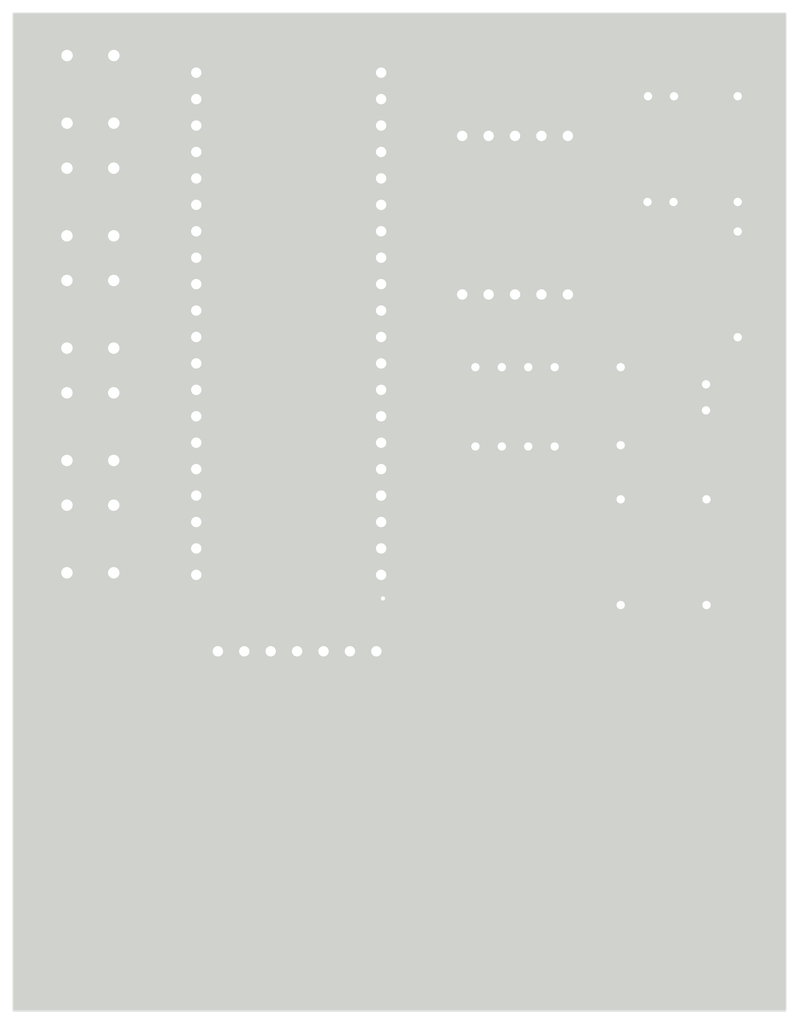
<source format=kicad_pcb>
(kicad_pcb (version 20221018) (generator pcbnew)
  (layers (0 "F.Cu" signal) (31 "B.Cu" signal) (34 "B.Paste" user) (35 "F.Paste" user) (36 "B.SilkS" user "B.Silkscreen") (37 "F.SilkS" user "F.Silkscreen") (38 "B.Mask" user) (39 "F.Mask" user) (44 "Edge.Cuts" user))
  (net 0 "")
  (net 1 "Net-(U2-ROUT)")
  (net 2 "Net-(U3-+)")
  (net 3 "GND")
  (net 4 "Net-(C3-Pad1)")
  (net 5 "Net-(C3-Pad2)")
  (net 6 "Net-(C4-Pad1)")
  (net 7 "Net-(DISP1-SCLK)")
  (net 8 "Net-(DISP1-SDA)")
  (net 9 "Net-(DISP1-RES)")
  (net 10 "Net-(DISP1-DC)")
  (net 11 "Net-(DISP1-CS)")
  (net 12 "Net-(U1-GP15)")
  (net 13 "Net-(U1-GP14)")
  (net 14 "Net-(U1-GP13)")
  (net 15 "Net-(U1-GP12)")
  (net 29 "Net-(U1-GP11)")
  (net 34 "Net-(U1-GP26{slash}ADC0)")
  (net 35 "Net-(U1-GP27{slash}ADC1)")
  (net 50 "Net-(C1-Pad2)")
  (net 51 "+5V")
  (net 52 "+3V3")
  (footprint "Resistor_THT:R_Axial_DIN0207_L6.3mm_D2.5mm_P10.16mm_Horizontal" (layer "F.Cu") (at 190.5 65.4304 -90)
    (fp_text reference "R4" (at 5.08 -2.37 90) (layer "F.SilkS"))
    (fp_text value "19")
    (pad "1" thru_hole circle (at 0 0 270) (size 1.6 1.6) (drill 0.8) (layers "*.Cu" "*.Mask") (net 3 "GND"))
    (pad "2" thru_hole oval (at 10.16 0 270) (size 1.6 1.6) (drill 0.8) (layers "*.Cu" "*.Mask") (net 2 "Net-(U3-+)"))
  )
  (footprint "Resistor_THT:R_Axial_DIN0207_L6.3mm_D2.5mm_P10.16mm_Horizontal" (layer "F.Cu") (at 190.5 62.5856 90)
    (fp_text reference "R3" (at 5.08 -2.37 90) (layer "F.SilkS"))
    (fp_text value "3")
    (pad "1" thru_hole circle (at 0 0 90) (size 1.6 1.6) (drill 0.8) (layers "*.Cu" "*.Mask") (net 2 "Net-(U3-+)"))
    (pad "2" thru_hole oval (at 10.16 0 90) (size 1.6 1.6) (drill 0.8) (layers "*.Cu" "*.Mask") (net 50 "Net-(C1-Pad2)"))
  )
  (footprint "Resistor_THT:R_Axial_DIN0207_L6.3mm_D2.5mm_P10.16mm_Horizontal" (layer "F.Cu") (at 187.5 101.325 90)
    (fp_text reference "R2" (at 5.08 -2.37 90) (layer "F.SilkS"))
    (fp_text value "8")
    (pad "1" thru_hole circle (at 0 0 90) (size 1.6 1.6) (drill 0.8) (layers "*.Cu" "*.Mask") (net 3 "GND"))
    (pad "2" thru_hole oval (at 10.16 0 90) (size 1.6 1.6) (drill 0.8) (layers "*.Cu" "*.Mask") (net 4 "Net-(C3-Pad1)"))
  )
  (footprint "ECE:RDA5807M_Module_TH" (layer "F.Cu") (at 169.085 63.86 90)
    (fp_text reference "U2" (at 0.5 -8.5 90 unlocked) (layer "F.SilkS") (effects (font (size 2 2) (thickness 0.25))))
    (fp_text value "RDA5807M_Module")
    (pad "1" thru_hole rect (at -7.62 -5.08 270) (size 1.7 1.7) (drill 1) (layers "*.Cu" "*.Mask") (net 34 "Net-(U1-GP26{slash}ADC0)"))
    (pad "2" thru_hole circle (at -7.62 -2.54 270) (size 1.7 1.7) (drill 1) (layers "*.Cu" "*.Mask") (net 35 "Net-(U1-GP27{slash}ADC1)"))
    (pad "3" thru_hole circle (at -7.62 0 270) (size 1.7 1.7) (drill 1) (layers "*.Cu" "*.Mask"))
    (pad "4" thru_hole circle (at -7.62 2.54 270) (size 1.7 1.7) (drill 1) (layers "*.Cu" "*.Mask"))
    (pad "5" thru_hole circle (at -7.62 5.08 270) (size 1.7 1.7) (drill 1) (layers "*.Cu" "*.Mask") (net 52 "+3V3"))
    (pad "6" thru_hole circle (at 7.62 5.08 270) (size 1.7 1.7) (drill 1) (layers "*.Cu" "*.Mask") (net 3 "GND"))
    (pad "7" thru_hole circle (at 7.62 2.54 270) (size 1.7 1.7) (drill 1) (layers "*.Cu" "*.Mask") (net 1 "Net-(U2-ROUT)"))
    (pad "8" thru_hole circle (at 7.62 0 270) (size 1.7 1.7) (drill 1) (layers "*.Cu" "*.Mask"))
    (pad "9" thru_hole circle (at 7.62 -2.54 270) (size 1.7 1.7) (drill 1) (layers "*.Cu" "*.Mask"))
    (pad "10" thru_hole circle (at 7.62 -5.08 270) (size 1.7 1.7) (drill 1) (layers "*.Cu" "*.Mask"))
  )
  (footprint "Capacitor_THT:CP_Radial_D6.3mm_P2.50mm" (layer "F.Cu") (at 187.452 82.61478 90)
    (fp_text reference "C3" (at 1.25 -4.4 90) (layer "F.SilkS"))
    (fp_text value "470uF")
    (pad "1" thru_hole rect (at 0 0 90) (size 1.6 1.6) (drill 0.8) (layers "*.Cu" "*.Mask") (net 4 "Net-(C3-Pad1)"))
    (pad "2" thru_hole circle (at 2.5 0 90) (size 1.6 1.6) (drill 0.8) (layers "*.Cu" "*.Mask") (net 5 "Net-(C3-Pad2)"))
  )
  (footprint "ECE:OLED_Display_1.3" (layer "F.Cu") (at 130.39 137.72)
    (fp_text reference "DISP1" (at 18.29 -20.46 unlocked) (layer "F.SilkS"))
    (fp_text value "OLED Display")
    (pad "1" thru_hole rect (at 10.12 -31.95 270) (size 1.7 1.7) (drill 1) (layers "*.Cu" "*.Mask") (net 3 "GND"))
    (pad "2" thru_hole circle (at 12.66 -31.95 270) (size 1.7 1.7) (drill 1) (layers "*.Cu" "*.Mask") (net 52 "+3V3"))
    (pad "3" thru_hole circle (at 15.2 -31.95 270) (size 1.7 1.7) (drill 1) (layers "*.Cu" "*.Mask") (net 7 "Net-(DISP1-SCLK)"))
    (pad "4" thru_hole circle (at 17.74 -31.95 270) (size 1.7 1.7) (drill 1) (layers "*.Cu" "*.Mask") (net 8 "Net-(DISP1-SDA)"))
    (pad "5" thru_hole circle (at 20.28 -31.95 270) (size 1.7 1.7) (drill 1) (layers "*.Cu" "*.Mask") (net 9 "Net-(DISP1-RES)"))
    (pad "6" thru_hole circle (at 22.82 -31.95 270) (size 1.7 1.7) (drill 1) (layers "*.Cu" "*.Mask") (net 10 "Net-(DISP1-DC)"))
    (pad "7" thru_hole circle (at 25.36 -31.95 270) (size 1.7 1.7) (drill 1) (layers "*.Cu" "*.Mask") (net 11 "Net-(DISP1-CS)"))
  )
  (footprint "Capacitor_THT:CP_Radial_D6.3mm_P2.50mm" (layer "F.Cu") (at 181.825 62.59)
    (fp_text reference "C2" (at 1.25 -4.4) (layer "F.SilkS"))
    (fp_text value "10uF")
    (pad "1" thru_hole rect (at 0 0) (size 1.6 1.6) (drill 0.8) (layers "*.Cu" "*.Mask") (net 3 "GND"))
    (pad "2" thru_hole circle (at 2.5 0) (size 1.6 1.6) (drill 0.8) (layers "*.Cu" "*.Mask") (net 51 "+5V"))
  )
  (footprint "ECE:RPi_Pico_TH" (layer "F.Cu") (at 147.32 74.295)
    (fp_text reference "U1" (at 0 0 unlocked) (layer "F.SilkS") (effects (font (size 2 2))))
    (fp_text value "RPi_Pico_TH")
    (pad "1" thru_hole rect (at -8.89 -24.13) (size 1.7 1.7) (drill 1) (layers "*.Cu" "*.Mask"))
    (pad "2" thru_hole circle (at -8.89 -21.59) (size 1.7 1.7) (drill 1) (layers "*.Cu" "*.Mask"))
    (pad "3" thru_hole circle (at -8.89 -19.05) (size 1.7 1.7) (drill 1) (layers "*.Cu" "*.Mask") (net 3 "GND"))
    (pad "4" thru_hole circle (at -8.89 -16.51) (size 1.7 1.7) (drill 1) (layers "*.Cu" "*.Mask"))
    (pad "5" thru_hole circle (at -8.89 -13.97) (size 1.7 1.7) (drill 1) (layers "*.Cu" "*.Mask"))
    (pad "6" thru_hole circle (at -8.89 -11.43) (size 1.7 1.7) (drill 1) (layers "*.Cu" "*.Mask"))
    (pad "7" thru_hole circle (at -8.89 -8.89) (size 1.7 1.7) (drill 1) (layers "*.Cu" "*.Mask"))
    (pad "8" thru_hole circle (at -8.89 -6.35) (size 1.7 1.7) (drill 1) (layers "*.Cu" "*.Mask"))
    (pad "9" thru_hole circle (at -8.89 -3.81) (size 1.7 1.7) (drill 1) (layers "*.Cu" "*.Mask"))
    (pad "10" thru_hole circle (at -8.89 -1.27) (size 1.7 1.7) (drill 1) (layers "*.Cu" "*.Mask"))
    (pad "11" thru_hole circle (at -8.89 1.27) (size 1.7 1.7) (drill 1) (layers "*.Cu" "*.Mask"))
    (pad "12" thru_hole circle (at -8.89 3.81) (size 1.7 1.7) (drill 1) (layers "*.Cu" "*.Mask"))
    (pad "13" thru_hole circle (at -8.89 6.35) (size 1.7 1.7) (drill 1) (layers "*.Cu" "*.Mask"))
    (pad "14" thru_hole circle (at -8.89 8.89) (size 1.7 1.7) (drill 1) (layers "*.Cu" "*.Mask"))
    (pad "15" thru_hole circle (at -8.89 11.43) (size 1.7 1.7) (drill 1) (layers "*.Cu" "*.Mask") (net 29 "Net-(U1-GP11)"))
    (pad "16" thru_hole circle (at -8.89 13.97) (size 1.7 1.7) (drill 1) (layers "*.Cu" "*.Mask") (net 15 "Net-(U1-GP12)"))
    (pad "17" thru_hole circle (at -8.89 16.51) (size 1.7 1.7) (drill 1) (layers "*.Cu" "*.Mask") (net 14 "Net-(U1-GP13)"))
    (pad "18" thru_hole circle (at -8.89 19.05) (size 1.7 1.7) (drill 1) (layers "*.Cu" "*.Mask"))
    (pad "19" thru_hole circle (at -8.89 21.59) (size 1.7 1.7) (drill 1) (layers "*.Cu" "*.Mask") (net 13 "Net-(U1-GP14)"))
    (pad "20" thru_hole circle (at -8.89 24.13) (size 1.7 1.7) (drill 1) (layers "*.Cu" "*.Mask") (net 12 "Net-(U1-GP15)"))
    (pad "21" thru_hole circle (at 8.89 24.13) (size 1.7 1.7) (drill 1) (layers "*.Cu" "*.Mask"))
    (pad "22" thru_hole circle (at 8.89 21.59) (size 1.7 1.7) (drill 1) (layers "*.Cu" "*.Mask") (net 11 "Net-(DISP1-CS)"))
    (pad "23" thru_hole circle (at 8.89 19.05) (size 1.7 1.7) (drill 1) (layers "*.Cu" "*.Mask") (net 3 "GND"))
    (pad "24" thru_hole circle (at 8.89 16.51) (size 1.7 1.7) (drill 1) (layers "*.Cu" "*.Mask") (net 7 "Net-(DISP1-SCLK)"))
    (pad "25" thru_hole circle (at 8.89 13.97) (size 1.7 1.7) (drill 1) (layers "*.Cu" "*.Mask") (net 8 "Net-(DISP1-SDA)"))
    (pad "26" thru_hole circle (at 8.89 11.43) (size 1.7 1.7) (drill 1) (layers "*.Cu" "*.Mask") (net 10 "Net-(DISP1-DC)"))
    (pad "27" thru_hole circle (at 8.89 8.89) (size 1.7 1.7) (drill 1) (layers "*.Cu" "*.Mask") (net 9 "Net-(DISP1-RES)"))
    (pad "28" thru_hole circle (at 8.89 6.35) (size 1.7 1.7) (drill 1) (layers "*.Cu" "*.Mask"))
    (pad "29" thru_hole circle (at 8.89 3.81) (size 1.7 1.7) (drill 1) (layers "*.Cu" "*.Mask"))
    (pad "30" thru_hole circle (at 8.89 1.27) (size 1.7 1.7) (drill 1) (layers "*.Cu" "*.Mask"))
    (pad "31" thru_hole circle (at 8.89 -1.27) (size 1.7 1.7) (drill 1) (layers "*.Cu" "*.Mask") (net 34 "Net-(U1-GP26{slash}ADC0)"))
    (pad "32" thru_hole circle (at 8.89 -3.81) (size 1.7 1.7) (drill 1) (layers "*.Cu" "*.Mask") (net 35 "Net-(U1-GP27{slash}ADC1)"))
    (pad "33" thru_hole circle (at 8.89 -6.35) (size 1.7 1.7) (drill 1) (layers "*.Cu" "*.Mask"))
    (pad "34" thru_hole circle (at 8.89 -8.89) (size 1.7 1.7) (drill 1) (layers "*.Cu" "*.Mask"))
    (pad "35" thru_hole circle (at 8.89 -11.43) (size 1.7 1.7) (drill 1) (layers "*.Cu" "*.Mask"))
    (pad "36" thru_hole circle (at 8.89 -13.97) (size 1.7 1.7) (drill 1) (layers "*.Cu" "*.Mask") (net 52 "+3V3"))
    (pad "37" thru_hole circle (at 8.89 -16.51) (size 1.7 1.7) (drill 1) (layers "*.Cu" "*.Mask"))
    (pad "38" thru_hole circle (at 8.89 -19.05) (size 1.7 1.7) (drill 1) (layers "*.Cu" "*.Mask") (net 3 "GND"))
    (pad "39" thru_hole circle (at 8.89 -21.59) (size 1.7 1.7) (drill 1) (layers "*.Cu" "*.Mask"))
    (pad "40" thru_hole circle (at 8.89 -24.13) (size 1.7 1.7) (drill 1) (layers "*.Cu" "*.Mask") (net 51 "+5V"))
  )
  (footprint "Resistor_THT:R_Axial_DIN0207_L6.3mm_D2.5mm_P10.16mm_Horizontal" (layer "F.Cu") (at 179.245 101.325 90)
    (fp_text reference "R1" (at 5.08 -2.37 90) (layer "F.SilkS"))
    (fp_text value "10")
    (pad "1" thru_hole circle (at 0 0 90) (size 1.6 1.6) (drill 0.8) (layers "*.Cu" "*.Mask") (net 3 "GND"))
    (pad "2" thru_hole oval (at 10.16 0 90) (size 1.6 1.6) (drill 0.8) (layers "*.Cu" "*.Mask") (net 6 "Net-(C4-Pad1)"))
  )
  (footprint "Capacitor_THT:C_Axial_L3.8mm_D2.6mm_P7.50mm_Horizontal" (layer "F.Cu") (at 179.245 85.965 90)
    (fp_text reference "C4" (at 3.75 -2.42 90) (layer "F.SilkS"))
    (fp_text value "10nF")
    (pad "1" thru_hole circle (at 0 0 90) (size 1.6 1.6) (drill 0.8) (layers "*.Cu" "*.Mask") (net 6 "Net-(C4-Pad1)"))
    (pad "2" thru_hole oval (at 7.5 0 90) (size 1.6 1.6) (drill 0.8) (layers "*.Cu" "*.Mask") (net 5 "Net-(C3-Pad2)"))
  )
  (footprint "Package_DIP:DIP-8_W7.62mm" (layer "F.Cu") (at 165.275 86.085 90)
    (fp_text reference "U3" (at 3.81 -2.33 90) (layer "F.SilkS"))
    (fp_text value "LM386")
    (pad "1" thru_hole rect (at 0 0 90) (size 1.6 1.6) (drill 0.8) (layers "*.Cu" "*.Mask"))
    (pad "2" thru_hole oval (at 0 2.54 90) (size 1.6 1.6) (drill 0.8) (layers "*.Cu" "*.Mask") (net 3 "GND"))
    (pad "3" thru_hole oval (at 0 5.08 90) (size 1.6 1.6) (drill 0.8) (layers "*.Cu" "*.Mask") (net 2 "Net-(U3-+)"))
    (pad "4" thru_hole oval (at 0 7.62 90) (size 1.6 1.6) (drill 0.8) (layers "*.Cu" "*.Mask") (net 3 "GND"))
    (pad "5" thru_hole oval (at 7.62 7.62 90) (size 1.6 1.6) (drill 0.8) (layers "*.Cu" "*.Mask") (net 5 "Net-(C3-Pad2)"))
    (pad "6" thru_hole oval (at 7.62 5.08 90) (size 1.6 1.6) (drill 0.8) (layers "*.Cu" "*.Mask") (net 51 "+5V"))
    (pad "7" thru_hole oval (at 7.62 2.54 90) (size 1.6 1.6) (drill 0.8) (layers "*.Cu" "*.Mask"))
    (pad "8" thru_hole oval (at 7.62 0 90) (size 1.6 1.6) (drill 0.8) (layers "*.Cu" "*.Mask"))
  )
  (footprint "Capacitor_THT:CP_Radial_D6.3mm_P2.50mm" (layer "F.Cu") (at 181.872621 52.43)
    (fp_text reference "C1" (at 1.25 -4.4) (layer "F.SilkS"))
    (fp_text value "10uF")
    (pad "1" thru_hole rect (at 0 0) (size 1.6 1.6) (drill 0.8) (layers "*.Cu" "*.Mask") (net 1 "Net-(U2-ROUT)"))
    (pad "2" thru_hole circle (at 2.5 0) (size 1.6 1.6) (drill 0.8) (layers "*.Cu" "*.Mask") (net 50 "Net-(C1-Pad2)"))
  )
  (footprint "Button_Switch_THT:SW_PUSH_6mm" (layer "B.Cu") (at 125.995 91.725 -90)
    (fp_text reference "SW1" hide)
    (fp_text value "SW_Push" hide)
    (pad "1" thru_hole circle (at 0 0 180) (size 2 2) (drill 1.1) (layers "*.Cu" "*.Mask") (net 3 "GND"))
    (pad "1" thru_hole circle (at 6.5 0 180) (size 2 2) (drill 1.1) (layers "*.Cu" "*.Mask") (net 3 "GND"))
    (pad "2" thru_hole circle (at 0 -4.5 180) (size 2 2) (drill 1.1) (layers "*.Cu" "*.Mask") (net 12 "Net-(U1-GP15)"))
    (pad "2" thru_hole circle (at 6.5 -4.5 180) (size 2 2) (drill 1.1) (layers "*.Cu" "*.Mask") (net 12 "Net-(U1-GP15)"))
  )
  (footprint "Button_Switch_THT:SW_PUSH_6mm" (layer "B.Cu") (at 126.0052 48.5164 -90)
    (fp_text reference "SW5" (at 3.25 2 90) (layer "B.SilkS") (effects (justify mirror)))
    (fp_text value "SW_Push")
    (pad "1" thru_hole circle (at 0 0 180) (size 2 2) (drill 1.1) (layers "*.Cu" "*.Mask") (net 3 "GND"))
    (pad "1" thru_hole circle (at 6.5 0 180) (size 2 2) (drill 1.1) (layers "*.Cu" "*.Mask") (net 3 "GND"))
    (pad "2" thru_hole circle (at 0 -4.5 180) (size 2 2) (drill 1.1) (layers "*.Cu" "*.Mask") (net 29 "Net-(U1-GP11)"))
    (pad "2" thru_hole circle (at 6.5 -4.5 180) (size 2 2) (drill 1.1) (layers "*.Cu" "*.Mask") (net 29 "Net-(U1-GP11)"))
  )
  (footprint "Button_Switch_THT:SW_PUSH_6mm" (layer "B.Cu") (at 125.995 59.34 -90)
    (fp_text reference "SW4" (at 3.25 2 -270) (layer "B.SilkS") (effects (justify mirror)))
    (fp_text value "SW_Push" hide)
    (pad "1" thru_hole circle (at 0 0 180) (size 2 2) (drill 1.1) (layers "*.Cu" "*.Mask") (net 3 "GND"))
    (pad "1" thru_hole circle (at 6.5 0 180) (size 2 2) (drill 1.1) (layers "*.Cu" "*.Mask") (net 3 "GND"))
    (pad "2" thru_hole circle (at 0 -4.5 180) (size 2 2) (drill 1.1) (layers "*.Cu" "*.Mask") (net 15 "Net-(U1-GP12)"))
    (pad "2" thru_hole circle (at 6.5 -4.5 180) (size 2 2) (drill 1.1) (layers "*.Cu" "*.Mask") (net 15 "Net-(U1-GP12)"))
  )
  (footprint "Button_Switch_THT:SW_PUSH_6mm" (layer "B.Cu") (at 125.995 80.93 -90)
    (fp_text reference "SW2" (at 3.25 2 -270) (layer "B.SilkS") (effects (justify mirror)))
    (fp_text value "SW_Push" hide)
    (pad "1" thru_hole circle (at 0 0 180) (size 2 2) (drill 1.1) (layers "*.Cu" "*.Mask") (net 3 "GND"))
    (pad "1" thru_hole circle (at 6.5 0 180) (size 2 2) (drill 1.1) (layers "*.Cu" "*.Mask") (net 3 "GND"))
    (pad "2" thru_hole circle (at 0 -4.5 180) (size 2 2) (drill 1.1) (layers "*.Cu" "*.Mask") (net 13 "Net-(U1-GP14)"))
    (pad "2" thru_hole circle (at 6.5 -4.5 180) (size 2 2) (drill 1.1) (layers "*.Cu" "*.Mask") (net 13 "Net-(U1-GP14)"))
  )
  (footprint "Button_Switch_THT:SW_PUSH_6mm" (layer "B.Cu") (at 125.995 70.135 -90)
    (fp_text reference "SW3" (at 3.25 2 -270) (layer "B.SilkS") (effects (justify mirror)))
    (fp_text value "SW_Push" hide)
    (pad "1" thru_hole circle (at 0 0 180) (size 2 2) (drill 1.1) (layers "*.Cu" "*.Mask") (net 3 "GND"))
    (pad "1" thru_hole circle (at 6.5 0 180) (size 2 2) (drill 1.1) (layers "*.Cu" "*.Mask") (net 3 "GND"))
    (pad "2" thru_hole circle (at 0 -4.5 180) (size 2 2) (drill 1.1) (layers "*.Cu" "*.Mask") (net 14 "Net-(U1-GP13)"))
    (pad "2" thru_hole circle (at 6.5 -4.5 180) (size 2 2) (drill 1.1) (layers "*.Cu" "*.Mask") (net 14 "Net-(U1-GP13)"))
  )
  (gr_rect (start 120.8278 44.45) (end 195.1228 140.335) (stroke (width 0.1)) (fill none) (layer "Edge.Cuts"))
  (segment (start 174.165 52.43) (end 181.15 52.43) (width 0.25) (layer "F.Cu") (net 1))
  (segment (start 171.625 56.24) (end 171.625 54.97) (width 0.25) (layer "F.Cu") (net 1))
  (segment (start 171.625 54.97) (end 174.165 52.43) (width 0.25) (layer "F.Cu") (net 1))
  (segment (start 188.77 87.99) (end 171.625 87.99) (width 0.25) (layer "F.Cu") (net 2))
  (segment (start 190.5 62.5856) (end 193.1924 65.278) (width 0.25) (layer "F.Cu") (net 2))
  (segment (start 193.1924 72.898) (end 190.5 75.5904) (width 0.25) (layer "F.Cu") (net 2))
  (segment (start 170.355 86.72) (end 170.355 86.085) (width 0.25) (layer "F.Cu") (net 2))
  (segment (start 193.2432 78.5368) (end 193.2432 83.5168) (width 0.25) (layer "F.Cu") (net 2))
  (segment (start 190.5 75.5904) (end 193.2432 78.3336) (width 0.25) (layer "F.Cu") (net 2))
  (segment (start 193.1924 65.278) (end 193.1924 72.898) (width 0.25) (layer "F.Cu") (net 2))
  (segment (start 193.2432 78.3336) (end 193.2432 78.5368) (width 0.25) (layer "F.Cu") (net 2))
  (segment (start 171.625 87.99) (end 170.355 86.72) (width 0.25) (layer "F.Cu") (net 2))
  (segment (start 193.2432 83.5168) (end 188.77 87.99) (width 0.25) (layer "F.Cu") (net 2))
  (segment (start 181.825 62.59) (end 181.825 66.7122) (width 0.25) (layer "F.Cu") (net 3))
  (segment (start 187.96 68.1228) (end 187.96 67.9704) (width 0.25) (layer "F.Cu") (net 3))
  (segment (start 160.195 94.975) (end 160.195 100.055) (width 0.25) (layer "F.Cu") (net 3))
  (segment (start 140.51 102.595) (end 140.51 105.77) (width 0.25) (layer "F.Cu") (net 3))
  (segment (start 174.165 56.24) (end 180.515 62.59) (width 0.25) (layer "F.Cu") (net 3))
  (segment (start 156.21 93.345) (end 158.565 93.345) (width 0.25) (layer "F.Cu") (net 3))
  (segment (start 159.745 58.78) (end 172.26 58.78) (width 0.25) (layer "F.Cu") (net 3))
  (segment (start 156.21 55.245) (end 159.745 58.78) (width 0.25) (layer "F.Cu") (net 3))
  (segment (start 174.165 56.875) (end 174.165 56.24) (width 0.25) (layer "F.Cu") (net 3))
  (segment (start 158.29 101.96) (end 141.145 101.96) (width 0.25) (layer "F.Cu") (net 3))
  (segment (start 180.515 62.59) (end 181.825 62.59) (width 0.25) (layer "F.Cu") (net 3))
  (segment (start 172.26 58.78) (end 174.165 56.875) (width 0.25) (layer "F.Cu") (net 3))
  (segment (start 187.96 67.9704) (end 190.5 65.4304) (width 0.25) (layer "F.Cu") (net 3))
  (segment (start 141.145 101.96) (end 140.51 102.595) (width 0.25) (layer "F.Cu") (net 3))
  (segment (start 160.195 100.055) (end 158.29 101.96) (width 0.25) (layer "F.Cu") (net 3))
  (segment (start 183.2356 68.1228) (end 187.96 68.1228) (width 0.25) (layer "F.Cu") (net 3))
  (segment (start 181.825 66.7122) (end 183.2356 68.1228) (width 0.25) (layer "F.Cu") (net 3))
  (segment (start 158.565 93.345) (end 160.195 94.975) (width 0.25) (layer "F.Cu") (net 3))
  (segment (start 172.895 98.785) (end 172.895 86.085) (width 0.25) (layer "B.Cu") (net 3))
  (segment (start 167.815 84.815) (end 168.45 84.18) (width 0.25) (layer "B.Cu") (net 3))
  (segment (start 168.45 84.18) (end 172.26 84.18) (width 0.25) (layer "B.Cu") (net 3))
  (segment (start 172.26 84.18) (end 172.895 84.815) (width 0.25) (layer "B.Cu") (net 3))
  (segment (start 125.995 91.725) (end 125.995 98.225) (width 0.25) (layer "B.Cu") (net 3))
  (segment (start 187.5 101.325) (end 179.245 101.325) (width 0.25) (layer "B.Cu") (net 3))
  (segment (start 175.435 101.325) (end 172.895 98.785) (width 0.25) (layer "B.Cu") (net 3))
  (segment (start 179.245 101.325) (end 175.435 101.325) (width 0.25) (layer "B.Cu") (net 3))
  (segment (start 127.9888 46.5328) (end 126.0052 48.5164) (width 0.25) (layer "B.Cu") (net 3))
  (segment (start 132.6388 46.5328) (end 127.9888 46.5328) (width 0.25) (layer "B.Cu") (net 3))
  (segment (start 125.995 87.43) (end 125.995 91.725) (width 0.25) (layer "B.Cu") (net 3))
  (segment (start 125.995 76.635) (end 125.995 80.93) (width 0.25) (layer "B.Cu") (net 3))
  (segment (start 126.0052 48.5164) (end 126.0052 55.0164) (width 0.25) (layer "B.Cu") (net 3))
  (segment (start 172.895 84.815) (end 172.895 86.085) (width 0.25) (layer "B.Cu") (net 3))
  (segment (start 126.0052 59.3298) (end 125.995 59.34) (width 0.25) (layer "B.Cu") (net 3))
  (segment (start 138.43 55.245) (end 135.0518 51.8668) (width 0.25) (layer "B.Cu") (net 3))
  (segment (start 126.0052 55.0164) (end 126.0052 59.3298) (width 0.25) (layer "B.Cu") (net 3))
  (segment (start 125.995 70.135) (end 125.995 76.635) (width 0.25) (layer "B.Cu") (net 3))
  (segment (start 135.0518 51.8668) (end 135.0518 48.9458) (width 0.25) (layer "B.Cu") (net 3))
  (segment (start 125.995 80.93) (end 125.995 87.43) (width 0.25) (layer "B.Cu") (net 3))
  (segment (start 125.995 65.84) (end 125.995 70.135) (width 0.25) (layer "B.Cu") (net 3))
  (segment (start 167.815 86.085) (end 167.815 84.815) (width 0.25) (layer "B.Cu") (net 3))
  (segment (start 125.995 59.34) (end 125.995 65.84) (width 0.25) (layer "B.Cu") (net 3))
  (segment (start 135.0518 48.9458) (end 132.6388 46.5328) (width 0.25) (layer "B.Cu") (net 3))
  (segment (start 187.452 82.61478) (end 187.5 82.66278) (width 0.25) (layer "B.Cu") (net 4))
  (segment (start 187.5 82.66278) (end 187.5 91.165) (width 0.25) (layer "B.Cu") (net 4))
  (segment (start 187.452 80.11478) (end 187.5 80.06678) (width 0.25) (layer "F.Cu") (net 5))
  (segment (start 185.80222 78.465) (end 187.452 80.11478) (width 0.25) (layer "F.Cu") (net 5))
  (segment (start 179.245 78.465) (end 185.80222 78.465) (width 0.25) (layer "F.Cu") (net 5))
  (segment (start 172.895 78.465) (end 179.245 78.465) (width 0.25) (layer "F.Cu") (net 5))
  (segment (start 179.245 85.965) (end 179.245 91.165) (width 0.25) (layer "B.Cu") (net 6))
  (segment (start 146.41 103.045) (end 145.59 103.865) (width 0.25) (layer "F.Cu") (net 7))
  (segment (start 161.465 93.07) (end 161.465 100.69) (width 0.25) (layer "F.Cu") (net 7))
  (segment (start 145.59 103.865) (end 145.59 105.77) (width 0.25) (layer "F.Cu") (net 7))
  (segment (start 161.465 100.69) (end 159.11 103.045) (width 0.25) (layer "F.Cu") (net 7))
  (segment (start 159.11 103.045) (end 146.41 103.045) (width 0.25) (layer "F.Cu") (net 7))
  (segment (start 156.21 90.805) (end 159.2 90.805) (width 0.25) (layer "F.Cu") (net 7))
  (segment (start 159.2 90.805) (end 161.465 93.07) (width 0.25) (layer "F.Cu") (net 7))
  (segment (start 162.735 91.165) (end 162.735 101.325) (width 0.25) (layer "F.Cu") (net 8))
  (segment (start 156.21 88.265) (end 159.835 88.265) (width 0.25) (layer "F.Cu") (net 8))
  (segment (start 159.835 88.265) (end 162.735 91.165) (width 0.25) (layer "F.Cu") (net 8))
  (segment (start 148.13 103.865) (end 148.13 105.77) (width 0.25) (layer "F.Cu") (net 8))
  (segment (start 160.195 103.865) (end 148.13 103.865) (width 0.25) (layer "F.Cu") (net 8))
  (segment (start 162.735 101.325) (end 160.195 103.865) (width 0.25) (layer "F.Cu") (net 8))
  (segment (start 158.29 108.945) (end 151.305 108.945) (width 0.25) (layer "F.Cu") (net 9))
  (segment (start 165.275 101.96) (end 158.29 108.945) (width 0.25) (layer "F.Cu") (net 9))
  (segment (start 159.835 83.185) (end 165.275 88.625) (width 0.25) (layer "F.Cu") (net 9))
  (segment (start 151.305 108.945) (end 150.67 108.31) (width 0.25) (layer "F.Cu") (net 9))
  (segment (start 150.67 108.31) (end 150.67 105.77) (width 0.25) (layer "F.Cu") (net 9))
  (segment (start 156.21 83.185) (end 159.835 83.185) (width 0.25) (layer "F.Cu") (net 9))
  (segment (start 165.275 88.625) (end 165.275 101.96) (width 0.25) (layer "F.Cu") (net 9))
  (segment (start 153.21 107.675) (end 153.21 105.77) (width 0.25) (layer "F.Cu") (net 10))
  (segment (start 164.005 89.895) (end 164.005 101.325) (width 0.25) (layer "F.Cu") (net 10))
  (segment (start 159.835 85.725) (end 164.005 89.895) (width 0.25) (layer "F.Cu") (net 10))
  (segment (start 164.005 101.325) (end 157.655 107.675) (width 0.25) (layer "F.Cu") (net 10))
  (segment (start 157.655 107.675) (end 153.21 107.675) (width 0.25) (layer "F.Cu") (net 10))
  (segment (start 156.21 85.725) (end 159.835 85.725) (width 0.25) (layer "F.Cu") (net 10))
  (segment (start 156.21 95.885) (end 157.93 95.885) (width 0.25) (layer "F.Cu") (net 11))
  (segment (start 158.925 99.42) (end 157.655 100.69) (width 0.25) (layer "F.Cu") (net 11))
  (segment (start 157.655 100.69) (end 156.385 100.69) (width 0.25) (layer "F.Cu") (net 11))
  (segment (start 158.925 96.88) (end 158.925 99.42) (width 0.25) (layer "F.Cu") (net 11))
  (segment (start 157.93 95.885) (end 158.925 96.88) (width 0.25) (layer "F.Cu") (net 11))
  (via (at 156.385 100.69) (size 0.8) (drill 0.4) (layers "F.Cu" "B.Cu") (net 11))
  (segment (start 155.75 101.325) (end 155.75 105.77) (width 0.25) (layer "B.Cu") (net 11))
  (segment (start 156.385 100.69) (end 155.75 101.325) (width 0.25) (layer "B.Cu") (net 11))
  (segment (start 130.695 98.425) (end 130.495 98.225) (width 0.25) (layer "B.Cu") (net 12))
  (segment (start 138.43 98.425) (end 130.695 98.425) (width 0.25) (layer "B.Cu") (net 12))
  (segment (start 132.33 87.43) (end 130.495 87.43) (width 0.25) (layer "B.Cu") (net 13))
  (segment (start 133.525 88.625) (end 132.33 87.43) (width 0.25) (layer "B.Cu") (net 13))
  (segment (start 138.43 95.885) (end 133.525 90.98) (width 0.25) (layer "B.Cu") (net 13))
  (segment (start 133.525 90.98) (end 133.525 88.625) (width 0.25) (layer "B.Cu") (net 13))
  (segment (start 138.43 90.805) (end 132.9436 85.3186) (width 0.25) (layer "B.Cu") (net 14))
  (segment (start 131.055 77.195) (end 130.495 76.635) (width 0.25) (layer "B.Cu") (net 14))
  (segment (start 130.495 76.635) (end 130.495 70.135) (width 0.25) (layer "B.Cu") (net 14))
  (segment (start 132.255 77.195) (end 131.055 77.195) (width 0.25) (layer "B.Cu") (net 14))
  (segment (start 132.9436 85.3186) (end 132.9436 77.8836) (width 0.25) (layer "B.Cu") (net 14))
  (segment (start 132.9436 77.8836) (end 132.255 77.195) (width 0.25) (layer "B.Cu") (net 14))
  (segment (start 134.5184 84.3534) (end 134.5184 67.3934) (width 0.25) (layer "B.Cu") (net 15))
  (segment (start 132.965 65.84) (end 130.495 65.84) (width 0.25) (layer "B.Cu") (net 15))
  (segment (start 138.43 88.265) (end 134.5184 84.3534) (width 0.25) (layer "B.Cu") (net 15))
  (segment (start 134.5184 67.3934) (end 132.965 65.84) (width 0.25) (layer "B.Cu") (net 15))
  (segment (start 130.495 65.84) (end 130.495 59.34) (width 0.25) (layer "B.Cu") (net 15))
  (segment (start 135.9408 55.626) (end 135.3312 55.0164) (width 0.25) (layer "B.Cu") (net 29))
  (segment (start 138.43 85.725) (end 135.9408 83.2358) (width 0.25) (layer "B.Cu") (net 29))
  (segment (start 135.9408 83.2358) (end 135.9408 55.626) (width 0.25) (layer "B.Cu") (net 29))
  (segment (start 130.5052 55.0164) (end 130.5052 48.5164) (width 0.25) (layer "B.Cu") (net 29))
  (segment (start 135.3312 55.0164) (end 130.5052 55.0164) (width 0.25) (layer "B.Cu") (net 29))
  (segment (start 162.46 73.025) (end 164.005 71.48) (width 0.25) (layer "F.Cu") (net 34))
  (segment (start 156.21 73.025) (end 162.46 73.025) (width 0.25) (layer "F.Cu") (net 34))
  (segment (start 157.755 68.94) (end 165.275 68.94) (width 0.25) (layer "F.Cu") (net 35))
  (segment (start 156.21 70.485) (end 157.755 68.94) (width 0.25) (layer "F.Cu") (net 35))
  (segment (start 165.275 68.94) (end 166.545 70.21) (width 0.25) (layer "F.Cu") (net 35))
  (segment (start 166.545 70.21) (end 166.545 71.48) (width 0.25) (layer "F.Cu") (net 35))
  (segment (start 186.865 52.43) (end 186.8694 52.4256) (width 0.25) (layer "F.Cu") (net 50))
  (segment (start 184.372621 52.43) (end 186.865 52.43) (width 0.25) (layer "F.Cu") (net 50))
  (segment (start 186.8694 52.4256) (end 190.5 52.4256) (width 0.25) (layer "F.Cu") (net 50))
  (segment (start 184.325 62.59) (end 184.325 66.4) (width 0.25) (layer "B.Cu") (net 51))
  (segment (start 175.71 50.165) (end 184.325 58.78) (width 0.25) (layer "B.Cu") (net 51))
  (segment (start 176.07 74.655) (end 172.26 74.655) (width 0.25) (layer "B.Cu") (net 51))
  (segment (start 172.26 74.655) (end 170.355 76.56) (width 0.25) (layer "B.Cu") (net 51))
  (segment (start 170.355 76.56) (end 170.355 78.465) (width 0.25) (layer "B.Cu") (net 51))
  (segment (start 156.21 50.165) (end 175.71 50.165) (width 0.25) (layer "B.Cu") (net 51))
  (segment (start 184.325 58.78) (end 184.325 62.59) (width 0.25) (layer "B.Cu") (net 51))
  (segment (start 184.325 66.4) (end 176.07 74.655) (width 0.25) (layer "B.Cu") (net 51))
  (segment (start 171.265 60.325) (end 174.165 63.225) (width 0.25) (layer "F.Cu") (net 52))
  (segment (start 174.165 63.225) (end 174.165 71.48) (width 0.25) (layer "F.Cu") (net 52))
  (segment (start 156.21 60.325) (end 171.265 60.325) (width 0.25) (layer "F.Cu") (net 52))
  (zone (net 0) (net_name "") (layer "Edge.Cuts") (connect_pads (clearance 0.5)) (min_thickness 0.25) (fill yes (thermal_gap 0.5) (thermal_bridge_width 0.5))
    (polygon (pts (xy 119.5578 43.18) (xy 196.3928 43.18) (xy 196.3928 141.605) (xy 119.5578 141.605)))
  )
)
</source>
